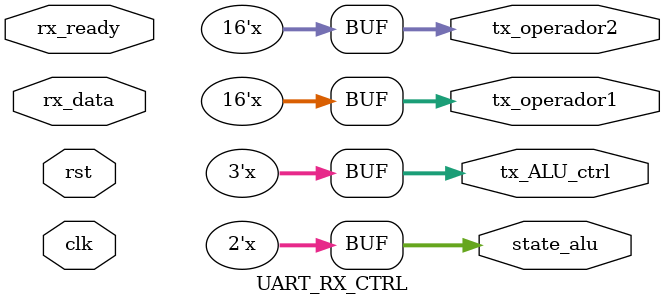
<source format=v>
`timescale 1ns / 1ps

module UART_RX_CTRL(
    input [7:0] rx_data,
    input rx_ready, rst, clk,
    output reg [15:0] tx_operador1,
    output reg [15:0] tx_operador2,
    output reg [2:0] tx_ALU_ctrl,
    output reg [1:0] state_alu
    );
    
    localparam OP1  = 2'd1;
    localparam OP2  = 2'd2;
    localparam OP_CTRL  = 2'd3;
    
    localparam WAIT_OP1_LSB         = 4'd1;
    localparam STORE_OP1_LSB        = 4'd2;
    localparam WAIT_OP1_MSB         = 4'd3;
    localparam STORE_OP1_MSB        = 4'd4;
    localparam WAIT_OP2_LSB         = 4'd5;
    localparam STORE_OP2_LSB        = 4'd6;
    localparam WAIT_OP2_MSB         = 4'd7;
    localparam STORE_OP2_MSB        = 4'd8;
    localparam WAIT_CMD             = 4'd9;
    localparam STORE_CMD            = 4'd10;
    localparam DELAY_1_CYCLE        = 4'd11;
    localparam TRIGGER_TX_RESULT    = 4'd12;
    
    reg [3:0] state, next_state;
    reg [15:0] operador1, operador2;
    reg [2:0] operando;
    reg [1:0] state_alu_actual = 2'd0;
    
    always@(*)
    begin
        next_state = state;
        tx_operador1 = operador1;
        tx_operador2 = operador2;
        tx_ALU_ctrl = operando;
        state_alu = state_alu_actual;
        case(state)
            WAIT_OP1_LSB: if(rx_ready)
                            next_state= STORE_OP1_LSB;
                          else
                            next_state = state;
            
            STORE_OP1_LSB:  begin
                            next_state= WAIT_OP1_MSB;
                            operador1[7:0] = rx_data;
                            end
            
            WAIT_OP1_MSB:   if(rx_ready)
                                next_state = STORE_OP1_MSB;
                            else
                                next_state = state;
            STORE_OP1_MSB:  begin
                            next_state = WAIT_OP2_LSB;
                            operador1[15:8] = rx_data;
                            state_alu_actual = 2'd1;
                            end
            
            WAIT_OP2_LSB: if(rx_ready)
                                next_state = STORE_OP2_LSB;
                          else
                                next_state = state;
            STORE_OP2_LSB:  begin
                            next_state = WAIT_OP2_MSB;
                            operador2[7:0] = rx_data;
                            end
            
            WAIT_OP2_MSB: if(rx_ready)
                                next_state = STORE_OP2_MSB;
                          else
                                next_state = state;
                                
            STORE_OP2_MSB:  begin
                            next_state = WAIT_CMD;
                            operador2[15:8] = rx_data;
                            state_alu_actual = 2'd2;
                            end
                            
            WAIT_CMD:   if(rx_ready)
                                next_state = STORE_CMD;
                        else
                                next_state = state;
        
            STORE_CMD:  begin
                        next_state = DELAY_1_CYCLE;
                        state_alu_actual = 2'd3;
                        operando = rx_data[2:0];
                        end
            
            DELAY_1_CYCLE: next_state = TRIGGER_TX_RESULT;
            
            TRIGGER_TX_RESULT:  begin
                                next_state = WAIT_OP1_LSB;
                                state_alu_actual = 2'd0;
                                end
        endcase
    end
    
    always@(posedge clk or posedge rst)
    begin
        if(rst)
            begin
            state <= WAIT_OP1_LSB;
            end
        else
            state <= next_state;
    end
                              
endmodule

</source>
